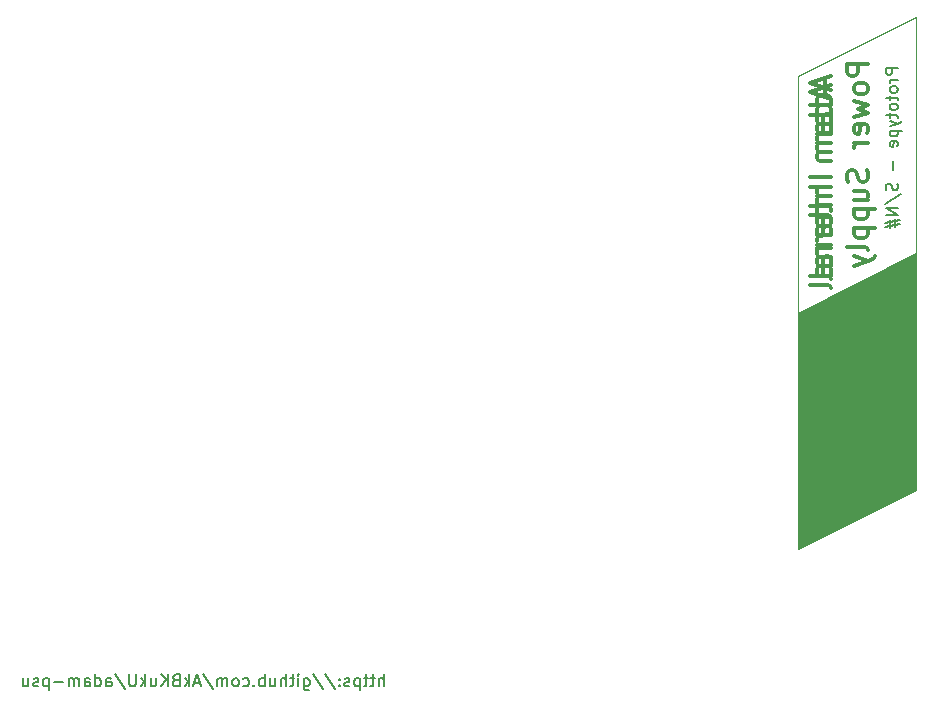
<source format=gbr>
G04 #@! TF.GenerationSoftware,KiCad,Pcbnew,5.1.4-3.fc30*
G04 #@! TF.CreationDate,2019-11-02T10:54:17-07:00*
G04 #@! TF.ProjectId,adampsu,6164616d-7073-4752-9e6b-696361645f70,rev?*
G04 #@! TF.SameCoordinates,Original*
G04 #@! TF.FileFunction,Legend,Bot*
G04 #@! TF.FilePolarity,Positive*
%FSLAX46Y46*%
G04 Gerber Fmt 4.6, Leading zero omitted, Abs format (unit mm)*
G04 Created by KiCad (PCBNEW 5.1.4-3.fc30) date 2019-11-02 10:54:17*
%MOMM*%
%LPD*%
G04 APERTURE LIST*
%ADD10C,0.150000*%
%ADD11C,0.120000*%
%ADD12C,0.100000*%
%ADD13C,0.350000*%
G04 APERTURE END LIST*
D10*
X120671904Y-155392380D02*
X120671904Y-154392380D01*
X120243333Y-155392380D02*
X120243333Y-154868571D01*
X120290952Y-154773333D01*
X120386190Y-154725714D01*
X120529047Y-154725714D01*
X120624285Y-154773333D01*
X120671904Y-154820952D01*
X119910000Y-154725714D02*
X119529047Y-154725714D01*
X119767142Y-154392380D02*
X119767142Y-155249523D01*
X119719523Y-155344761D01*
X119624285Y-155392380D01*
X119529047Y-155392380D01*
X119338571Y-154725714D02*
X118957619Y-154725714D01*
X119195714Y-154392380D02*
X119195714Y-155249523D01*
X119148095Y-155344761D01*
X119052857Y-155392380D01*
X118957619Y-155392380D01*
X118624285Y-154725714D02*
X118624285Y-155725714D01*
X118624285Y-154773333D02*
X118529047Y-154725714D01*
X118338571Y-154725714D01*
X118243333Y-154773333D01*
X118195714Y-154820952D01*
X118148095Y-154916190D01*
X118148095Y-155201904D01*
X118195714Y-155297142D01*
X118243333Y-155344761D01*
X118338571Y-155392380D01*
X118529047Y-155392380D01*
X118624285Y-155344761D01*
X117767142Y-155344761D02*
X117671904Y-155392380D01*
X117481428Y-155392380D01*
X117386190Y-155344761D01*
X117338571Y-155249523D01*
X117338571Y-155201904D01*
X117386190Y-155106666D01*
X117481428Y-155059047D01*
X117624285Y-155059047D01*
X117719523Y-155011428D01*
X117767142Y-154916190D01*
X117767142Y-154868571D01*
X117719523Y-154773333D01*
X117624285Y-154725714D01*
X117481428Y-154725714D01*
X117386190Y-154773333D01*
X116910000Y-155297142D02*
X116862380Y-155344761D01*
X116910000Y-155392380D01*
X116957619Y-155344761D01*
X116910000Y-155297142D01*
X116910000Y-155392380D01*
X116910000Y-154773333D02*
X116862380Y-154820952D01*
X116910000Y-154868571D01*
X116957619Y-154820952D01*
X116910000Y-154773333D01*
X116910000Y-154868571D01*
X115719523Y-154344761D02*
X116576666Y-155630476D01*
X114671904Y-154344761D02*
X115529047Y-155630476D01*
X113910000Y-154725714D02*
X113910000Y-155535238D01*
X113957619Y-155630476D01*
X114005238Y-155678095D01*
X114100476Y-155725714D01*
X114243333Y-155725714D01*
X114338571Y-155678095D01*
X113910000Y-155344761D02*
X114005238Y-155392380D01*
X114195714Y-155392380D01*
X114290952Y-155344761D01*
X114338571Y-155297142D01*
X114386190Y-155201904D01*
X114386190Y-154916190D01*
X114338571Y-154820952D01*
X114290952Y-154773333D01*
X114195714Y-154725714D01*
X114005238Y-154725714D01*
X113910000Y-154773333D01*
X113433809Y-155392380D02*
X113433809Y-154725714D01*
X113433809Y-154392380D02*
X113481428Y-154440000D01*
X113433809Y-154487619D01*
X113386190Y-154440000D01*
X113433809Y-154392380D01*
X113433809Y-154487619D01*
X113100476Y-154725714D02*
X112719523Y-154725714D01*
X112957619Y-154392380D02*
X112957619Y-155249523D01*
X112910000Y-155344761D01*
X112814761Y-155392380D01*
X112719523Y-155392380D01*
X112386190Y-155392380D02*
X112386190Y-154392380D01*
X111957619Y-155392380D02*
X111957619Y-154868571D01*
X112005238Y-154773333D01*
X112100476Y-154725714D01*
X112243333Y-154725714D01*
X112338571Y-154773333D01*
X112386190Y-154820952D01*
X111052857Y-154725714D02*
X111052857Y-155392380D01*
X111481428Y-154725714D02*
X111481428Y-155249523D01*
X111433809Y-155344761D01*
X111338571Y-155392380D01*
X111195714Y-155392380D01*
X111100476Y-155344761D01*
X111052857Y-155297142D01*
X110576666Y-155392380D02*
X110576666Y-154392380D01*
X110576666Y-154773333D02*
X110481428Y-154725714D01*
X110290952Y-154725714D01*
X110195714Y-154773333D01*
X110148095Y-154820952D01*
X110100476Y-154916190D01*
X110100476Y-155201904D01*
X110148095Y-155297142D01*
X110195714Y-155344761D01*
X110290952Y-155392380D01*
X110481428Y-155392380D01*
X110576666Y-155344761D01*
X109671904Y-155297142D02*
X109624285Y-155344761D01*
X109671904Y-155392380D01*
X109719523Y-155344761D01*
X109671904Y-155297142D01*
X109671904Y-155392380D01*
X108767142Y-155344761D02*
X108862380Y-155392380D01*
X109052857Y-155392380D01*
X109148095Y-155344761D01*
X109195714Y-155297142D01*
X109243333Y-155201904D01*
X109243333Y-154916190D01*
X109195714Y-154820952D01*
X109148095Y-154773333D01*
X109052857Y-154725714D01*
X108862380Y-154725714D01*
X108767142Y-154773333D01*
X108195714Y-155392380D02*
X108290952Y-155344761D01*
X108338571Y-155297142D01*
X108386190Y-155201904D01*
X108386190Y-154916190D01*
X108338571Y-154820952D01*
X108290952Y-154773333D01*
X108195714Y-154725714D01*
X108052857Y-154725714D01*
X107957619Y-154773333D01*
X107910000Y-154820952D01*
X107862380Y-154916190D01*
X107862380Y-155201904D01*
X107910000Y-155297142D01*
X107957619Y-155344761D01*
X108052857Y-155392380D01*
X108195714Y-155392380D01*
X107433809Y-155392380D02*
X107433809Y-154725714D01*
X107433809Y-154820952D02*
X107386190Y-154773333D01*
X107290952Y-154725714D01*
X107148095Y-154725714D01*
X107052857Y-154773333D01*
X107005238Y-154868571D01*
X107005238Y-155392380D01*
X107005238Y-154868571D02*
X106957619Y-154773333D01*
X106862380Y-154725714D01*
X106719523Y-154725714D01*
X106624285Y-154773333D01*
X106576666Y-154868571D01*
X106576666Y-155392380D01*
X105386190Y-154344761D02*
X106243333Y-155630476D01*
X105100476Y-155106666D02*
X104624285Y-155106666D01*
X105195714Y-155392380D02*
X104862380Y-154392380D01*
X104529047Y-155392380D01*
X104195714Y-155392380D02*
X104195714Y-154392380D01*
X104100476Y-155011428D02*
X103814761Y-155392380D01*
X103814761Y-154725714D02*
X104195714Y-155106666D01*
X103052857Y-154868571D02*
X102910000Y-154916190D01*
X102862380Y-154963809D01*
X102814761Y-155059047D01*
X102814761Y-155201904D01*
X102862380Y-155297142D01*
X102910000Y-155344761D01*
X103005238Y-155392380D01*
X103386190Y-155392380D01*
X103386190Y-154392380D01*
X103052857Y-154392380D01*
X102957619Y-154440000D01*
X102910000Y-154487619D01*
X102862380Y-154582857D01*
X102862380Y-154678095D01*
X102910000Y-154773333D01*
X102957619Y-154820952D01*
X103052857Y-154868571D01*
X103386190Y-154868571D01*
X102386190Y-155392380D02*
X102386190Y-154392380D01*
X101814761Y-155392380D02*
X102243333Y-154820952D01*
X101814761Y-154392380D02*
X102386190Y-154963809D01*
X100957619Y-154725714D02*
X100957619Y-155392380D01*
X101386190Y-154725714D02*
X101386190Y-155249523D01*
X101338571Y-155344761D01*
X101243333Y-155392380D01*
X101100476Y-155392380D01*
X101005238Y-155344761D01*
X100957619Y-155297142D01*
X100481428Y-155392380D02*
X100481428Y-154392380D01*
X100386190Y-155011428D02*
X100100476Y-155392380D01*
X100100476Y-154725714D02*
X100481428Y-155106666D01*
X99671904Y-154392380D02*
X99671904Y-155201904D01*
X99624285Y-155297142D01*
X99576666Y-155344761D01*
X99481428Y-155392380D01*
X99290952Y-155392380D01*
X99195714Y-155344761D01*
X99148095Y-155297142D01*
X99100476Y-155201904D01*
X99100476Y-154392380D01*
X97910000Y-154344761D02*
X98767142Y-155630476D01*
X97148095Y-155392380D02*
X97148095Y-154868571D01*
X97195714Y-154773333D01*
X97290952Y-154725714D01*
X97481428Y-154725714D01*
X97576666Y-154773333D01*
X97148095Y-155344761D02*
X97243333Y-155392380D01*
X97481428Y-155392380D01*
X97576666Y-155344761D01*
X97624285Y-155249523D01*
X97624285Y-155154285D01*
X97576666Y-155059047D01*
X97481428Y-155011428D01*
X97243333Y-155011428D01*
X97148095Y-154963809D01*
X96243333Y-155392380D02*
X96243333Y-154392380D01*
X96243333Y-155344761D02*
X96338571Y-155392380D01*
X96529047Y-155392380D01*
X96624285Y-155344761D01*
X96671904Y-155297142D01*
X96719523Y-155201904D01*
X96719523Y-154916190D01*
X96671904Y-154820952D01*
X96624285Y-154773333D01*
X96529047Y-154725714D01*
X96338571Y-154725714D01*
X96243333Y-154773333D01*
X95338571Y-155392380D02*
X95338571Y-154868571D01*
X95386190Y-154773333D01*
X95481428Y-154725714D01*
X95671904Y-154725714D01*
X95767142Y-154773333D01*
X95338571Y-155344761D02*
X95433809Y-155392380D01*
X95671904Y-155392380D01*
X95767142Y-155344761D01*
X95814761Y-155249523D01*
X95814761Y-155154285D01*
X95767142Y-155059047D01*
X95671904Y-155011428D01*
X95433809Y-155011428D01*
X95338571Y-154963809D01*
X94862380Y-155392380D02*
X94862380Y-154725714D01*
X94862380Y-154820952D02*
X94814761Y-154773333D01*
X94719523Y-154725714D01*
X94576666Y-154725714D01*
X94481428Y-154773333D01*
X94433809Y-154868571D01*
X94433809Y-155392380D01*
X94433809Y-154868571D02*
X94386190Y-154773333D01*
X94290952Y-154725714D01*
X94148095Y-154725714D01*
X94052857Y-154773333D01*
X94005238Y-154868571D01*
X94005238Y-155392380D01*
X93529047Y-155011428D02*
X92767142Y-155011428D01*
X92290952Y-154725714D02*
X92290952Y-155725714D01*
X92290952Y-154773333D02*
X92195714Y-154725714D01*
X92005238Y-154725714D01*
X91910000Y-154773333D01*
X91862380Y-154820952D01*
X91814761Y-154916190D01*
X91814761Y-155201904D01*
X91862380Y-155297142D01*
X91910000Y-155344761D01*
X92005238Y-155392380D01*
X92195714Y-155392380D01*
X92290952Y-155344761D01*
X91433809Y-155344761D02*
X91338571Y-155392380D01*
X91148095Y-155392380D01*
X91052857Y-155344761D01*
X91005238Y-155249523D01*
X91005238Y-155201904D01*
X91052857Y-155106666D01*
X91148095Y-155059047D01*
X91290952Y-155059047D01*
X91386190Y-155011428D01*
X91433809Y-154916190D01*
X91433809Y-154868571D01*
X91386190Y-154773333D01*
X91290952Y-154725714D01*
X91148095Y-154725714D01*
X91052857Y-154773333D01*
X90148095Y-154725714D02*
X90148095Y-155392380D01*
X90576666Y-154725714D02*
X90576666Y-155249523D01*
X90529047Y-155344761D01*
X90433809Y-155392380D01*
X90290952Y-155392380D01*
X90195714Y-155344761D01*
X90148095Y-155297142D01*
D11*
X165735000Y-98745000D02*
X165735000Y-118745000D01*
X155735000Y-103745000D02*
X165735000Y-98745000D01*
X155735000Y-123745000D02*
X155735000Y-103745000D01*
D12*
G36*
X165735000Y-118745000D02*
G01*
X165735000Y-138745000D01*
X155735000Y-143745000D01*
X155735000Y-123745000D01*
X165735000Y-118745000D01*
G37*
X165735000Y-118745000D02*
X165735000Y-138745000D01*
X155735000Y-143745000D01*
X155735000Y-123745000D01*
X165735000Y-118745000D01*
D10*
X164187380Y-103030714D02*
X163187380Y-103030714D01*
X163187380Y-103411666D01*
X163235000Y-103506904D01*
X163282619Y-103554523D01*
X163377857Y-103602142D01*
X163520714Y-103602142D01*
X163615952Y-103554523D01*
X163663571Y-103506904D01*
X163711190Y-103411666D01*
X163711190Y-103030714D01*
X164187380Y-104030714D02*
X163520714Y-104030714D01*
X163711190Y-104030714D02*
X163615952Y-104078333D01*
X163568333Y-104125952D01*
X163520714Y-104221190D01*
X163520714Y-104316428D01*
X164187380Y-104792619D02*
X164139761Y-104697380D01*
X164092142Y-104649761D01*
X163996904Y-104602142D01*
X163711190Y-104602142D01*
X163615952Y-104649761D01*
X163568333Y-104697380D01*
X163520714Y-104792619D01*
X163520714Y-104935476D01*
X163568333Y-105030714D01*
X163615952Y-105078333D01*
X163711190Y-105125952D01*
X163996904Y-105125952D01*
X164092142Y-105078333D01*
X164139761Y-105030714D01*
X164187380Y-104935476D01*
X164187380Y-104792619D01*
X163520714Y-105411666D02*
X163520714Y-105792619D01*
X163187380Y-105554523D02*
X164044523Y-105554523D01*
X164139761Y-105602142D01*
X164187380Y-105697380D01*
X164187380Y-105792619D01*
X164187380Y-106268809D02*
X164139761Y-106173571D01*
X164092142Y-106125952D01*
X163996904Y-106078333D01*
X163711190Y-106078333D01*
X163615952Y-106125952D01*
X163568333Y-106173571D01*
X163520714Y-106268809D01*
X163520714Y-106411666D01*
X163568333Y-106506904D01*
X163615952Y-106554523D01*
X163711190Y-106602142D01*
X163996904Y-106602142D01*
X164092142Y-106554523D01*
X164139761Y-106506904D01*
X164187380Y-106411666D01*
X164187380Y-106268809D01*
X163520714Y-106887857D02*
X163520714Y-107268809D01*
X163187380Y-107030714D02*
X164044523Y-107030714D01*
X164139761Y-107078333D01*
X164187380Y-107173571D01*
X164187380Y-107268809D01*
X163520714Y-107506904D02*
X164187380Y-107745000D01*
X163520714Y-107983095D02*
X164187380Y-107745000D01*
X164425476Y-107649761D01*
X164473095Y-107602142D01*
X164520714Y-107506904D01*
X163520714Y-108364047D02*
X164520714Y-108364047D01*
X163568333Y-108364047D02*
X163520714Y-108459285D01*
X163520714Y-108649761D01*
X163568333Y-108745000D01*
X163615952Y-108792619D01*
X163711190Y-108840238D01*
X163996904Y-108840238D01*
X164092142Y-108792619D01*
X164139761Y-108745000D01*
X164187380Y-108649761D01*
X164187380Y-108459285D01*
X164139761Y-108364047D01*
X164139761Y-109649761D02*
X164187380Y-109554523D01*
X164187380Y-109364047D01*
X164139761Y-109268809D01*
X164044523Y-109221190D01*
X163663571Y-109221190D01*
X163568333Y-109268809D01*
X163520714Y-109364047D01*
X163520714Y-109554523D01*
X163568333Y-109649761D01*
X163663571Y-109697380D01*
X163758809Y-109697380D01*
X163854047Y-109221190D01*
X163806428Y-110887857D02*
X163806428Y-111649761D01*
X164139761Y-112840238D02*
X164187380Y-112983095D01*
X164187380Y-113221190D01*
X164139761Y-113316428D01*
X164092142Y-113364047D01*
X163996904Y-113411666D01*
X163901666Y-113411666D01*
X163806428Y-113364047D01*
X163758809Y-113316428D01*
X163711190Y-113221190D01*
X163663571Y-113030714D01*
X163615952Y-112935476D01*
X163568333Y-112887857D01*
X163473095Y-112840238D01*
X163377857Y-112840238D01*
X163282619Y-112887857D01*
X163235000Y-112935476D01*
X163187380Y-113030714D01*
X163187380Y-113268809D01*
X163235000Y-113411666D01*
X163139761Y-114554523D02*
X164425476Y-113697380D01*
X164187380Y-114887857D02*
X163187380Y-114887857D01*
X164187380Y-115459285D01*
X163187380Y-115459285D01*
X163520714Y-115887857D02*
X163520714Y-116602142D01*
X163092142Y-116173571D02*
X164377857Y-115887857D01*
X163949285Y-116506904D02*
X163949285Y-115792619D01*
X164377857Y-116221190D02*
X163092142Y-116506904D01*
D13*
X161676666Y-102686666D02*
X159926666Y-102686666D01*
X159926666Y-103353333D01*
X160010000Y-103520000D01*
X160093333Y-103603333D01*
X160260000Y-103686666D01*
X160510000Y-103686666D01*
X160676666Y-103603333D01*
X160760000Y-103520000D01*
X160843333Y-103353333D01*
X160843333Y-102686666D01*
X161676666Y-104686666D02*
X161593333Y-104520000D01*
X161510000Y-104436666D01*
X161343333Y-104353333D01*
X160843333Y-104353333D01*
X160676666Y-104436666D01*
X160593333Y-104520000D01*
X160510000Y-104686666D01*
X160510000Y-104936666D01*
X160593333Y-105103333D01*
X160676666Y-105186666D01*
X160843333Y-105270000D01*
X161343333Y-105270000D01*
X161510000Y-105186666D01*
X161593333Y-105103333D01*
X161676666Y-104936666D01*
X161676666Y-104686666D01*
X160510000Y-105853333D02*
X161676666Y-106186666D01*
X160843333Y-106520000D01*
X161676666Y-106853333D01*
X160510000Y-107186666D01*
X161593333Y-108520000D02*
X161676666Y-108353333D01*
X161676666Y-108020000D01*
X161593333Y-107853333D01*
X161426666Y-107770000D01*
X160760000Y-107770000D01*
X160593333Y-107853333D01*
X160510000Y-108020000D01*
X160510000Y-108353333D01*
X160593333Y-108520000D01*
X160760000Y-108603333D01*
X160926666Y-108603333D01*
X161093333Y-107770000D01*
X161676666Y-109353333D02*
X160510000Y-109353333D01*
X160843333Y-109353333D02*
X160676666Y-109436666D01*
X160593333Y-109520000D01*
X160510000Y-109686666D01*
X160510000Y-109853333D01*
X161593333Y-111686666D02*
X161676666Y-111936666D01*
X161676666Y-112353333D01*
X161593333Y-112520000D01*
X161510000Y-112603333D01*
X161343333Y-112686666D01*
X161176666Y-112686666D01*
X161010000Y-112603333D01*
X160926666Y-112520000D01*
X160843333Y-112353333D01*
X160760000Y-112020000D01*
X160676666Y-111853333D01*
X160593333Y-111770000D01*
X160426666Y-111686666D01*
X160260000Y-111686666D01*
X160093333Y-111770000D01*
X160010000Y-111853333D01*
X159926666Y-112020000D01*
X159926666Y-112436666D01*
X160010000Y-112686666D01*
X160510000Y-114186666D02*
X161676666Y-114186666D01*
X160510000Y-113436666D02*
X161426666Y-113436666D01*
X161593333Y-113520000D01*
X161676666Y-113686666D01*
X161676666Y-113936666D01*
X161593333Y-114103333D01*
X161510000Y-114186666D01*
X160510000Y-115020000D02*
X162260000Y-115020000D01*
X160593333Y-115020000D02*
X160510000Y-115186666D01*
X160510000Y-115520000D01*
X160593333Y-115686666D01*
X160676666Y-115770000D01*
X160843333Y-115853333D01*
X161343333Y-115853333D01*
X161510000Y-115770000D01*
X161593333Y-115686666D01*
X161676666Y-115520000D01*
X161676666Y-115186666D01*
X161593333Y-115020000D01*
X160510000Y-116603333D02*
X162260000Y-116603333D01*
X160593333Y-116603333D02*
X160510000Y-116770000D01*
X160510000Y-117103333D01*
X160593333Y-117270000D01*
X160676666Y-117353333D01*
X160843333Y-117436666D01*
X161343333Y-117436666D01*
X161510000Y-117353333D01*
X161593333Y-117270000D01*
X161676666Y-117103333D01*
X161676666Y-116770000D01*
X161593333Y-116603333D01*
X161676666Y-118436666D02*
X161593333Y-118270000D01*
X161426666Y-118186666D01*
X159926666Y-118186666D01*
X160510000Y-118936666D02*
X161676666Y-119353333D01*
X160510000Y-119770000D02*
X161676666Y-119353333D01*
X162093333Y-119186666D01*
X162176666Y-119103333D01*
X162260000Y-118936666D01*
X158026666Y-103870000D02*
X158026666Y-104703333D01*
X158526666Y-103703333D02*
X156776666Y-104286666D01*
X158526666Y-104870000D01*
X158526666Y-106203333D02*
X156776666Y-106203333D01*
X158443333Y-106203333D02*
X158526666Y-106036666D01*
X158526666Y-105703333D01*
X158443333Y-105536666D01*
X158360000Y-105453333D01*
X158193333Y-105370000D01*
X157693333Y-105370000D01*
X157526666Y-105453333D01*
X157443333Y-105536666D01*
X157360000Y-105703333D01*
X157360000Y-106036666D01*
X157443333Y-106203333D01*
X158526666Y-107786666D02*
X157610000Y-107786666D01*
X157443333Y-107703333D01*
X157360000Y-107536666D01*
X157360000Y-107203333D01*
X157443333Y-107036666D01*
X158443333Y-107786666D02*
X158526666Y-107620000D01*
X158526666Y-107203333D01*
X158443333Y-107036666D01*
X158276666Y-106953333D01*
X158110000Y-106953333D01*
X157943333Y-107036666D01*
X157860000Y-107203333D01*
X157860000Y-107620000D01*
X157776666Y-107786666D01*
X158526666Y-108620000D02*
X157360000Y-108620000D01*
X157526666Y-108620000D02*
X157443333Y-108703333D01*
X157360000Y-108870000D01*
X157360000Y-109120000D01*
X157443333Y-109286666D01*
X157610000Y-109370000D01*
X158526666Y-109370000D01*
X157610000Y-109370000D02*
X157443333Y-109453333D01*
X157360000Y-109620000D01*
X157360000Y-109870000D01*
X157443333Y-110036666D01*
X157610000Y-110120000D01*
X158526666Y-110120000D01*
X158526666Y-112286666D02*
X156776666Y-112286666D01*
X157360000Y-113120000D02*
X158526666Y-113120000D01*
X157526666Y-113120000D02*
X157443333Y-113203333D01*
X157360000Y-113370000D01*
X157360000Y-113620000D01*
X157443333Y-113786666D01*
X157610000Y-113870000D01*
X158526666Y-113870000D01*
X157360000Y-114453333D02*
X157360000Y-115120000D01*
X156776666Y-114703333D02*
X158276666Y-114703333D01*
X158443333Y-114786666D01*
X158526666Y-114953333D01*
X158526666Y-115120000D01*
X158443333Y-116370000D02*
X158526666Y-116203333D01*
X158526666Y-115870000D01*
X158443333Y-115703333D01*
X158276666Y-115620000D01*
X157610000Y-115620000D01*
X157443333Y-115703333D01*
X157360000Y-115870000D01*
X157360000Y-116203333D01*
X157443333Y-116370000D01*
X157610000Y-116453333D01*
X157776666Y-116453333D01*
X157943333Y-115620000D01*
X158526666Y-117203333D02*
X157360000Y-117203333D01*
X157693333Y-117203333D02*
X157526666Y-117286666D01*
X157443333Y-117370000D01*
X157360000Y-117536666D01*
X157360000Y-117703333D01*
X157360000Y-118286666D02*
X158526666Y-118286666D01*
X157526666Y-118286666D02*
X157443333Y-118370000D01*
X157360000Y-118536666D01*
X157360000Y-118786666D01*
X157443333Y-118953333D01*
X157610000Y-119036666D01*
X158526666Y-119036666D01*
X158526666Y-120620000D02*
X157610000Y-120620000D01*
X157443333Y-120536666D01*
X157360000Y-120370000D01*
X157360000Y-120036666D01*
X157443333Y-119870000D01*
X158443333Y-120620000D02*
X158526666Y-120453333D01*
X158526666Y-120036666D01*
X158443333Y-119870000D01*
X158276666Y-119786666D01*
X158110000Y-119786666D01*
X157943333Y-119870000D01*
X157860000Y-120036666D01*
X157860000Y-120453333D01*
X157776666Y-120620000D01*
X158526666Y-121703333D02*
X158443333Y-121536666D01*
X158276666Y-121453333D01*
X156776666Y-121453333D01*
X158026666Y-104661666D02*
X158026666Y-105495000D01*
X158526666Y-104495000D02*
X156776666Y-105078333D01*
X158526666Y-105661666D01*
X158526666Y-106995000D02*
X156776666Y-106995000D01*
X158443333Y-106995000D02*
X158526666Y-106828333D01*
X158526666Y-106495000D01*
X158443333Y-106328333D01*
X158360000Y-106245000D01*
X158193333Y-106161666D01*
X157693333Y-106161666D01*
X157526666Y-106245000D01*
X157443333Y-106328333D01*
X157360000Y-106495000D01*
X157360000Y-106828333D01*
X157443333Y-106995000D01*
X158526666Y-108578333D02*
X157610000Y-108578333D01*
X157443333Y-108495000D01*
X157360000Y-108328333D01*
X157360000Y-107995000D01*
X157443333Y-107828333D01*
X158443333Y-108578333D02*
X158526666Y-108411666D01*
X158526666Y-107995000D01*
X158443333Y-107828333D01*
X158276666Y-107745000D01*
X158110000Y-107745000D01*
X157943333Y-107828333D01*
X157860000Y-107995000D01*
X157860000Y-108411666D01*
X157776666Y-108578333D01*
X158526666Y-109411666D02*
X157360000Y-109411666D01*
X157526666Y-109411666D02*
X157443333Y-109495000D01*
X157360000Y-109661666D01*
X157360000Y-109911666D01*
X157443333Y-110078333D01*
X157610000Y-110161666D01*
X158526666Y-110161666D01*
X157610000Y-110161666D02*
X157443333Y-110245000D01*
X157360000Y-110411666D01*
X157360000Y-110661666D01*
X157443333Y-110828333D01*
X157610000Y-110911666D01*
X158526666Y-110911666D01*
X158526666Y-113078333D02*
X156776666Y-113078333D01*
X157360000Y-113911666D02*
X158526666Y-113911666D01*
X157526666Y-113911666D02*
X157443333Y-113995000D01*
X157360000Y-114161666D01*
X157360000Y-114411666D01*
X157443333Y-114578333D01*
X157610000Y-114661666D01*
X158526666Y-114661666D01*
X157360000Y-115245000D02*
X157360000Y-115911666D01*
X156776666Y-115495000D02*
X158276666Y-115495000D01*
X158443333Y-115578333D01*
X158526666Y-115745000D01*
X158526666Y-115911666D01*
X158443333Y-117161666D02*
X158526666Y-116995000D01*
X158526666Y-116661666D01*
X158443333Y-116495000D01*
X158276666Y-116411666D01*
X157610000Y-116411666D01*
X157443333Y-116495000D01*
X157360000Y-116661666D01*
X157360000Y-116995000D01*
X157443333Y-117161666D01*
X157610000Y-117245000D01*
X157776666Y-117245000D01*
X157943333Y-116411666D01*
X158526666Y-117995000D02*
X157360000Y-117995000D01*
X157693333Y-117995000D02*
X157526666Y-118078333D01*
X157443333Y-118161666D01*
X157360000Y-118328333D01*
X157360000Y-118495000D01*
X158526666Y-119828333D02*
X157610000Y-119828333D01*
X157443333Y-119745000D01*
X157360000Y-119578333D01*
X157360000Y-119245000D01*
X157443333Y-119078333D01*
X158443333Y-119828333D02*
X158526666Y-119661666D01*
X158526666Y-119245000D01*
X158443333Y-119078333D01*
X158276666Y-118995000D01*
X158110000Y-118995000D01*
X157943333Y-119078333D01*
X157860000Y-119245000D01*
X157860000Y-119661666D01*
X157776666Y-119828333D01*
X158526666Y-120911666D02*
X158443333Y-120745000D01*
X158276666Y-120661666D01*
X156776666Y-120661666D01*
M02*

</source>
